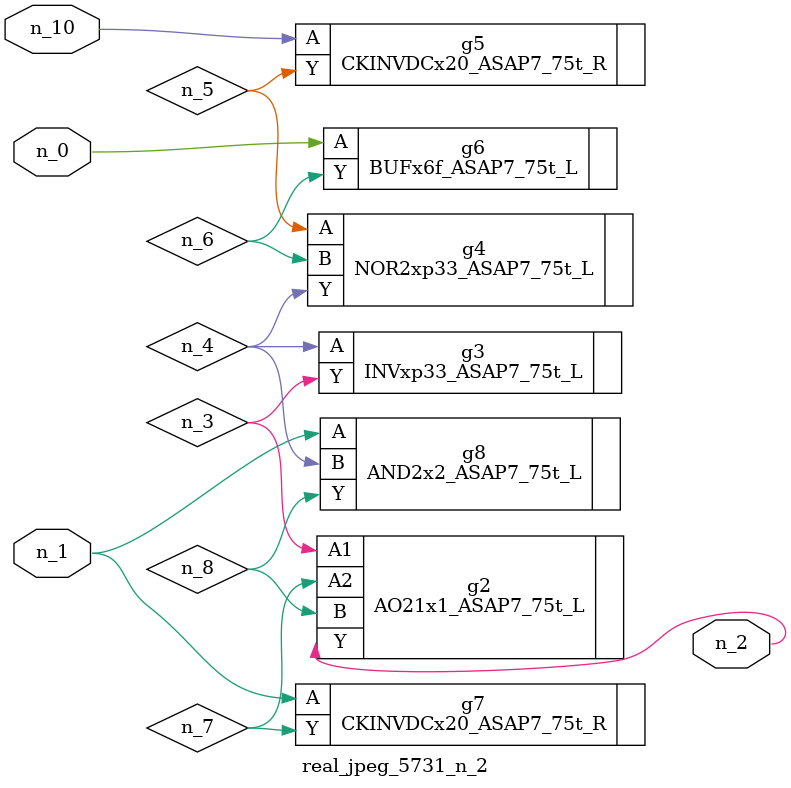
<source format=v>
module real_jpeg_5731_n_2 (n_1, n_10, n_0, n_2);

input n_1;
input n_10;
input n_0;

output n_2;

wire n_5;
wire n_4;
wire n_8;
wire n_6;
wire n_7;
wire n_3;

BUFx6f_ASAP7_75t_L g6 ( 
.A(n_0),
.Y(n_6)
);

CKINVDCx20_ASAP7_75t_R g7 ( 
.A(n_1),
.Y(n_7)
);

AND2x2_ASAP7_75t_L g8 ( 
.A(n_1),
.B(n_4),
.Y(n_8)
);

AO21x1_ASAP7_75t_L g2 ( 
.A1(n_3),
.A2(n_7),
.B(n_8),
.Y(n_2)
);

INVxp33_ASAP7_75t_L g3 ( 
.A(n_4),
.Y(n_3)
);

NOR2xp33_ASAP7_75t_L g4 ( 
.A(n_5),
.B(n_6),
.Y(n_4)
);

CKINVDCx20_ASAP7_75t_R g5 ( 
.A(n_10),
.Y(n_5)
);


endmodule
</source>
